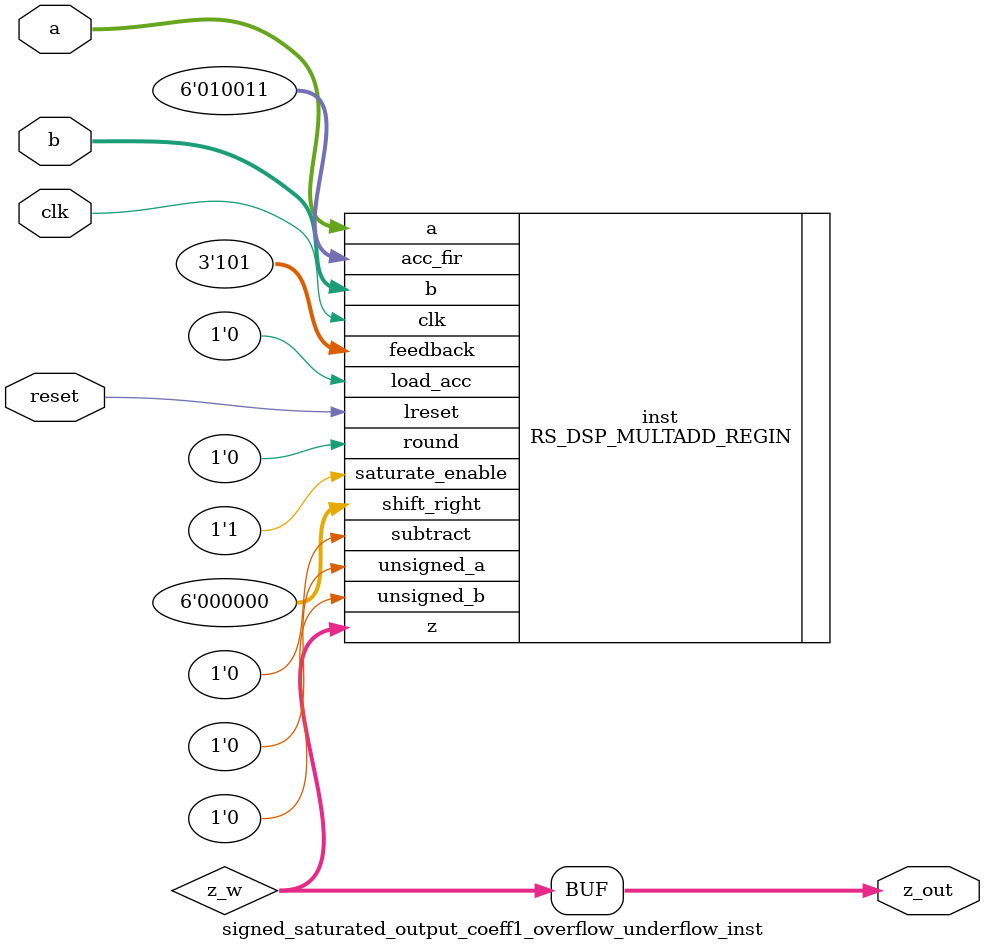
<source format=v>
module signed_saturated_output_coeff1_overflow_underflow_inst(
	input  wire [19:0] a,
    input  wire [17:0] b,
	input wire clk, reset,
    output wire [37:0] z_out
    );

    parameter [79:0] MODE_BITS = 80'h000007ffff0000000000;
    
    wire [37:0] z_w;
	RS_DSP_MULTADD_REGIN #(
    .MODE_BITS(80'h000007ffff0000000000)) 
        inst(.a(a), .b(b), .z(z_w), .clk(clk), .lreset(reset), .load_acc(1'b0), .feedback(3'd5), .acc_fir(6'd19), .unsigned_a(1'b0), .unsigned_b(1'b0), .saturate_enable(1'b1), .shift_right(6'd0), .round(1'b0), .subtract(1'b0));
	
    assign z_out = z_w;

endmodule
</source>
